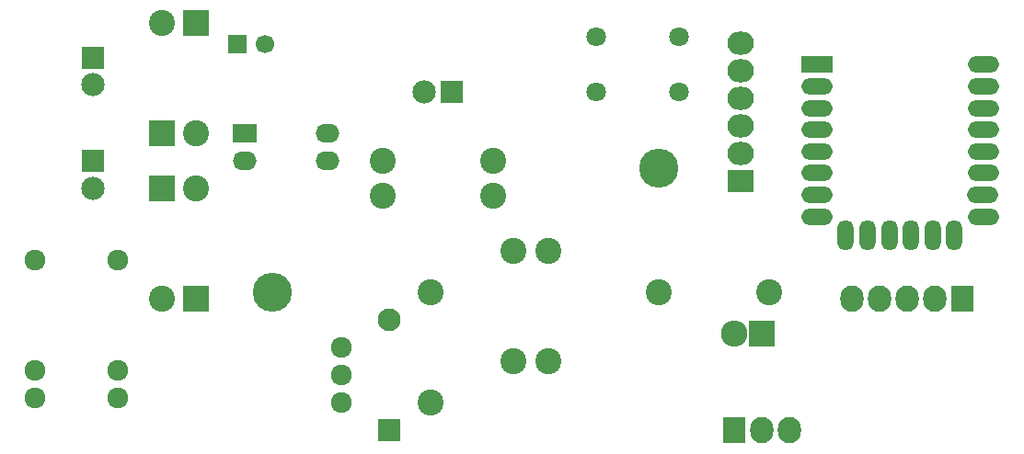
<source format=gbr>
G04 #@! TF.FileFunction,Soldermask,Top*
%FSLAX46Y46*%
G04 Gerber Fmt 4.6, Leading zero omitted, Abs format (unit mm)*
G04 Created by KiCad (PCBNEW 4.0.3+e1-6302~38~ubuntu15.04.1-stable) date Sat Aug 20 23:13:29 2016*
%MOMM*%
%LPD*%
G01*
G04 APERTURE LIST*
%ADD10C,0.100000*%
%ADD11R,2.150000X2.150000*%
%ADD12C,2.150000*%
%ADD13R,1.700000X1.700000*%
%ADD14C,1.700000*%
%ADD15C,2.398980*%
%ADD16R,2.398980X2.398980*%
%ADD17R,2.178000X1.700000*%
%ADD18O,2.178000X1.700000*%
%ADD19R,2.900000X1.500000*%
%ADD20O,2.900000X1.500000*%
%ADD21O,1.500000X2.800000*%
%ADD22R,2.432000X2.432000*%
%ADD23O,2.432000X2.432000*%
%ADD24R,2.432000X2.127200*%
%ADD25O,2.432000X2.127200*%
%ADD26R,2.127200X2.432000*%
%ADD27O,2.127200X2.432000*%
%ADD28C,1.797000*%
%ADD29C,2.099260*%
%ADD30R,2.099260X2.099260*%
%ADD31C,1.924000*%
%ADD32C,3.600000*%
G04 APERTURE END LIST*
D10*
D11*
X161925000Y-83820000D03*
D12*
X159425000Y-83820000D03*
D13*
X142240000Y-79375000D03*
D14*
X144740000Y-79375000D03*
D15*
X138432540Y-87630000D03*
D16*
X138432540Y-77470000D03*
D15*
X138427460Y-92710000D03*
D16*
X138427460Y-102870000D03*
D15*
X135252460Y-77470000D03*
D16*
X135252460Y-87630000D03*
D15*
X135257540Y-102870000D03*
D16*
X135257540Y-92710000D03*
D11*
X128905000Y-80645000D03*
D12*
X128905000Y-83145000D03*
D11*
X128905000Y-90170000D03*
D12*
X128905000Y-92670000D03*
D15*
X155575000Y-90170000D03*
X165735000Y-90170000D03*
X165735000Y-93345000D03*
X155575000Y-93345000D03*
D17*
X142875000Y-87630000D03*
D18*
X142875000Y-90170000D03*
X150495000Y-90170000D03*
X150495000Y-87630000D03*
D19*
X195515000Y-81280000D03*
D20*
X195515000Y-83280000D03*
X195515000Y-85280000D03*
X195515000Y-87280000D03*
X195515000Y-89280000D03*
X195515000Y-91280000D03*
X195515000Y-93280000D03*
X195515000Y-95280000D03*
D21*
X198205000Y-97030000D03*
X200205000Y-97030000D03*
X202205000Y-97030000D03*
X204205000Y-97030000D03*
X206205000Y-97030000D03*
X208205000Y-97030000D03*
D20*
X210915000Y-95280000D03*
X210815000Y-93280000D03*
X210915000Y-91280000D03*
X210915000Y-89280000D03*
X210915000Y-87280000D03*
X210915000Y-85280000D03*
X210915000Y-83280000D03*
X210915000Y-81280000D03*
D22*
X190500000Y-106045000D03*
D23*
X187960000Y-106045000D03*
D24*
X188535000Y-91985000D03*
D25*
X188535000Y-89445000D03*
X188535000Y-86905000D03*
X188535000Y-84365000D03*
X188535000Y-81825000D03*
X188535000Y-79285000D03*
D26*
X208915000Y-102870000D03*
D27*
X206375000Y-102870000D03*
X203835000Y-102870000D03*
X201295000Y-102870000D03*
X198755000Y-102870000D03*
D26*
X187960000Y-114935000D03*
D27*
X190500000Y-114935000D03*
X193040000Y-114935000D03*
D15*
X167640000Y-98425000D03*
X167640000Y-108585000D03*
X170815000Y-108585000D03*
X170815000Y-98425000D03*
X180975000Y-102235000D03*
X191135000Y-102235000D03*
D28*
X182880000Y-78740000D03*
X182880000Y-83820000D03*
X175260000Y-78740000D03*
X175260000Y-83820000D03*
D29*
X156207460Y-104774480D03*
D30*
X156207460Y-114934480D03*
D15*
X160020000Y-112395000D03*
X160020000Y-102235000D03*
D31*
X123571000Y-112014000D03*
X123571000Y-109474000D03*
X131191000Y-112014000D03*
X131191000Y-109474000D03*
X131191000Y-99314000D03*
X123571000Y-99314000D03*
X151765000Y-109855000D03*
X151765000Y-107315000D03*
X151765000Y-112395000D03*
D32*
X145415000Y-102235000D03*
X180975000Y-90805000D03*
M02*

</source>
